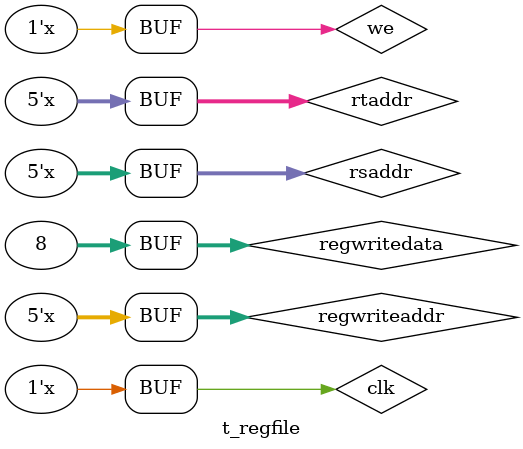
<source format=v>
`timescale 1ns / 1ps

module t_regfile( );
  reg clk, we;
  reg[4:0] regwriteaddr;
  reg [31:0] regwritedata;
  reg [4:0] rsaddr, rtaddr;
  wire [31:0] rsdata, rtdata;
  
  regFile test(clk, we, regwriteaddr, regwritedata, rsaddr, rtaddr, rsdata, rtdata);
  
  initial begin 
    clk = 0;
    we = 1;
    regwriteaddr = 'd0;
    regwritedata = 'd8;
    rsaddr = 0;
    rtaddr = 'd32;
  end
  
  always begin
    #10
    clk = ~clk;
  end
  always begin
    #100
    we = ~we;
  end
  always begin
    #10
    regwriteaddr = regwriteaddr + 1;
  end
  always begin
    #20
    rsaddr = rsaddr + 1;
    rtaddr = rtaddr - 1;
  end
    
endmodule

</source>
